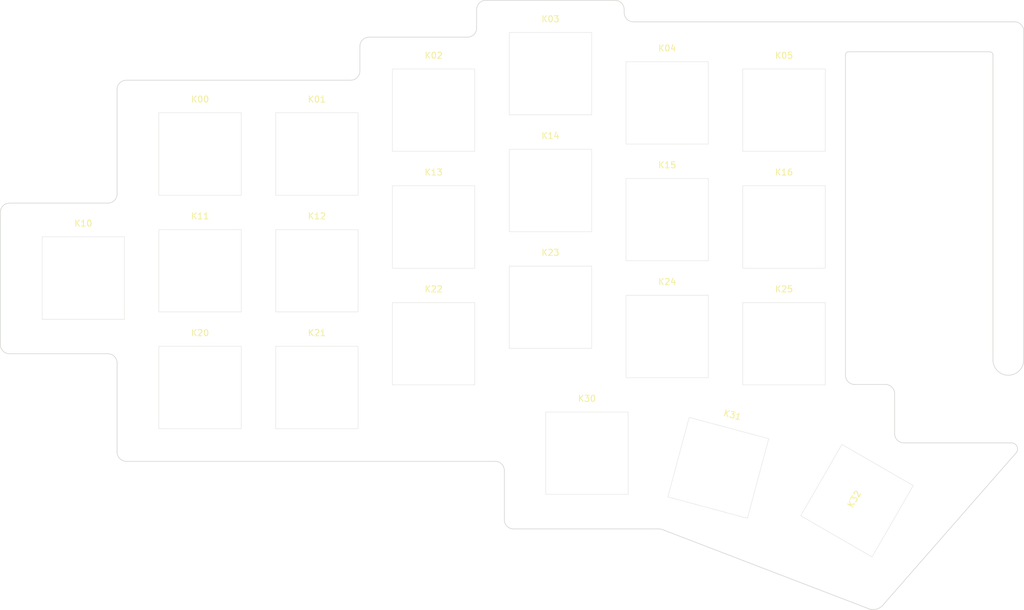
<source format=kicad_pcb>
(kicad_pcb (version 20221018) (generator pcbnew)
  (layers (0 "F.Cu" signal) (31 "B.Cu" signal) (34 "B.Paste" user) (35 "F.Paste" user) (36 "B.SilkS" user "B.Silkscreen") (37 "F.SilkS" user "F.Silkscreen") (38 "B.Mask" user) (39 "F.Mask" user) (44 "Edge.Cuts" user))
  (net 0 "")
  (footprint "sat1l:MXOnly-1U-Cutout-LaserMargin-19mm" (layer "F.Cu") (at -30.5 -108.7875)
    (fp_text reference "K10" (at 0 -8.89 unlocked) (layer "F.SilkS"))
    (fp_text value "KEYSW")
    (fp_rect (start -6.7 -6.7) (end 6.7 6.7) (stroke (width 0.05)) (fill none) (layer "Edge.Cuts"))
  )
  (footprint "sat1l:MXOnly-1U-Cutout-LaserMargin-19mm" (layer "F.Cu") (at 64.5 -118.2875)
    (fp_text reference "K15" (at 0 -8.89 unlocked) (layer "F.SilkS"))
    (fp_text value "KEYSW")
    (fp_rect (start -6.7 -6.7) (end 6.7 6.7) (stroke (width 0.05)) (fill none) (layer "Edge.Cuts"))
  )
  (footprint "sat1l:MXOnly-1U-Cutout-LaserMargin-19mm" (layer "F.Cu") (at 26.5 -98.1)
    (fp_text reference "K22" (at 0 -8.89 unlocked) (layer "F.SilkS"))
    (fp_text value "KEYSW")
    (fp_rect (start -6.7 -6.7) (end 6.7 6.7) (stroke (width 0.05)) (fill none) (layer "Edge.Cuts"))
  )
  (footprint "sat1l:MXOnly-1U-Cutout-LaserMargin-19mm" (layer "F.Cu") (at 26.5 -117.1)
    (fp_text reference "K13" (at 0 -8.89 unlocked) (layer "F.SilkS"))
    (fp_text value "KEYSW")
    (fp_rect (start -6.7 -6.7) (end 6.7 6.7) (stroke (width 0.05)) (fill none) (layer "Edge.Cuts"))
  )
  (footprint "sat1l:MXOnly-1U-Cutout-LaserMargin-19mm" (layer "F.Cu") (at -11.5 -90.975)
    (fp_text reference "K20" (at 0 -8.89 unlocked) (layer "F.SilkS"))
    (fp_text value "KEYSW")
    (fp_rect (start -6.7 -6.7) (end 6.7 6.7) (stroke (width 0.05)) (fill none) (layer "Edge.Cuts"))
  )
  (footprint "sat1l:MXOnly-1U-Cutout-LaserMargin-19mm" (layer "F.Cu") (at 83.5 -117.1)
    (fp_text reference "K16" (at 0 -8.89 unlocked) (layer "F.SilkS"))
    (fp_text value "KEYSW")
    (fp_rect (start -6.7 -6.7) (end 6.7 6.7) (stroke (width 0.05)) (fill none) (layer "Edge.Cuts"))
  )
  (footprint "sat1l:MXOnly-1U-Cutout-LaserMargin-19mm" (layer "F.Cu") (at 45.5 -104.0375)
    (fp_text reference "K23" (at 0 -8.89 unlocked) (layer "F.SilkS"))
    (fp_text value "KEYSW")
    (fp_rect (start -6.7 -6.7) (end 6.7 6.7) (stroke (width 0.05)) (fill none) (layer "Edge.Cuts"))
  )
  (footprint "sat1l:MXOnly-1U-Cutout-LaserMargin-19mm" (layer "F.Cu") (at 64.5 -99.2875)
    (fp_text reference "K24" (at 0 -8.89 unlocked) (layer "F.SilkS"))
    (fp_text value "KEYSW")
    (fp_rect (start -6.7 -6.7) (end 6.7 6.7) (stroke (width 0.05)) (fill none) (layer "Edge.Cuts"))
  )
  (footprint "sat1l:MXOnly-1U-Cutout-LaserMargin-19mm" (layer "F.Cu") (at 72.8125 -77.9125 -15)
    (fp_text reference "K31" (at 0 -8.89 -15 unlocked) (layer "F.SilkS"))
    (fp_text value "KEYSW")
    (fp_rect (start -6.7 -6.7) (end 6.7 6.7) (stroke (width 0.05)) (fill none) (layer "Edge.Cuts"))
  )
  (footprint "sat1l:MXOnly-1.5U-Cutout-LaserMargin-19mm" (layer "F.Cu") (at 95.375 -72.56875 60)
    (fp_text reference "K32" (at 0 -0.5 60 unlocked) (layer "F.SilkS"))
    (fp_text value "KEYSW")
    (fp_rect (start -6.7 -6.7) (end 6.7 6.7) (stroke (width 0.05)) (fill none) (layer "Edge.Cuts"))
  )
  (footprint "sat1l:MXOnly-1U-Cutout-LaserMargin-19mm" (layer "F.Cu") (at -11.5 -128.975)
    (fp_text reference "K00" (at 0 -8.89 unlocked) (layer "F.SilkS"))
    (fp_text value "KEYSW")
    (fp_rect (start -6.7 -6.7) (end 6.7 6.7) (stroke (width 0.05)) (fill none) (layer "Edge.Cuts"))
  )
  (footprint "sat1l:MXOnly-1U-Cutout-LaserMargin-19mm" (layer "F.Cu") (at 45.5 -142.0375)
    (fp_text reference "K03" (at 0 -8.89 unlocked) (layer "F.SilkS"))
    (fp_text value "KEYSW")
    (fp_rect (start -6.7 -6.7) (end 6.7 6.7) (stroke (width 0.05)) (fill none) (layer "Edge.Cuts"))
  )
  (footprint "sat1l:MXOnly-1U-Cutout-LaserMargin-19mm" (layer "F.Cu") (at 83.5 -98.1)
    (fp_text reference "K25" (at 0 -8.89 unlocked) (layer "F.SilkS"))
    (fp_text value "KEYSW")
    (fp_rect (start -6.7 -6.7) (end 6.7 6.7) (stroke (width 0.05)) (fill none) (layer "Edge.Cuts"))
  )
  (footprint "sat1l:MXOnly-1U-Cutout-LaserMargin-19mm" (layer "F.Cu") (at 7.5 -109.975)
    (fp_text reference "K12" (at 0 -8.89 unlocked) (layer "F.SilkS"))
    (fp_text value "KEYSW")
    (fp_rect (start -6.7 -6.7) (end 6.7 6.7) (stroke (width 0.05)) (fill none) (layer "Edge.Cuts"))
  )
  (footprint "sat1l:MXOnly-1U-Cutout-LaserMargin-19mm" (layer "F.Cu") (at 7.5 -90.975)
    (fp_text reference "K21" (at 0 -8.89 unlocked) (layer "F.SilkS"))
    (fp_text value "KEYSW")
    (fp_rect (start -6.7 -6.7) (end 6.7 6.7) (stroke (width 0.05)) (fill none) (layer "Edge.Cuts"))
  )
  (footprint "sat1l:MXOnly-1U-Cutout-LaserMargin-19mm" (layer "F.Cu") (at -11.5 -109.975)
    (fp_text reference "K11" (at 0 -8.89 unlocked) (layer "F.SilkS"))
    (fp_text value "KEYSW")
    (fp_rect (start -6.7 -6.7) (end 6.7 6.7) (stroke (width 0.05)) (fill none) (layer "Edge.Cuts"))
  )
  (footprint "sat1l:MXOnly-1U-Cutout-LaserMargin-19mm" (layer "F.Cu") (at 26.5 -136.1)
    (fp_text reference "K02" (at 0 -8.89 unlocked) (layer "F.SilkS"))
    (fp_text value "KEYSW")
    (fp_rect (start -6.7 -6.7) (end 6.7 6.7) (stroke (width 0.05)) (fill none) (layer "Edge.Cuts"))
  )
  (footprint "sat1l:MXOnly-1U-Cutout-LaserMargin-19mm" (layer "F.Cu") (at 7.5 -128.975)
    (fp_text reference "K01" (at 0 -8.89 unlocked) (layer "F.SilkS"))
    (fp_text value "KEYSW")
    (fp_rect (start -6.7 -6.7) (end 6.7 6.7) (stroke (width 0.05)) (fill none) (layer "Edge.Cuts"))
  )
  (footprint "sat1l:MXOnly-1U-Cutout-LaserMargin-19mm" (layer "F.Cu") (at 83.5 -136.1)
    (fp_text reference "K05" (at 0 -8.89 unlocked) (layer "F.SilkS"))
    (fp_text value "KEYSW")
    (fp_rect (start -6.7 -6.7) (end 6.7 6.7) (stroke (width 0.05)) (fill none) (layer "Edge.Cuts"))
  )
  (footprint "sat1l:MXOnly-1U-Cutout-LaserMargin-19mm" (layer "F.Cu") (at 51.4375 -80.2875)
    (fp_text reference "K30" (at 0 -8.89 unlocked) (layer "F.SilkS"))
    (fp_text value "KEYSW")
    (fp_rect (start -6.7 -6.7) (end 6.7 6.7) (stroke (width 0.05)) (fill none) (layer "Edge.Cuts"))
  )
  (footprint "sat1l:MXOnly-1U-Cutout-LaserMargin-19mm" (layer "F.Cu") (at 64.5 -137.2875)
    (fp_text reference "K04" (at 0 -8.89 unlocked) (layer "F.SilkS"))
    (fp_text value "KEYSW")
    (fp_rect (start -6.7 -6.7) (end 6.7 6.7) (stroke (width 0.05)) (fill none) (layer "Edge.Cuts"))
  )
  (footprint "sat1l:MXOnly-1U-Cutout-LaserMargin-19mm" (layer "F.Cu") (at 45.5 -123.0375)
    (fp_text reference "K14" (at 0 -8.89 unlocked) (layer "F.SilkS"))
    (fp_text value "KEYSW")
    (fp_rect (start -6.7 -6.7) (end 6.7 6.7) (stroke (width 0.05)) (fill none) (layer "Edge.Cuts"))
  )
  (gr_line (start 59 -150.475) (end 121 -150.475) (stroke (width 0.1)) (layer "Edge.Cuts"))
  (gr_arc (start 39.5 -67.975) (mid 38.43934 -68.41434) (end 38 -69.475) (stroke (width 0.1)) (layer "Edge.Cuts"))
  (gr_line (start 32 -147.975) (end 16 -147.975) (stroke (width 0.1)) (layer "Edge.Cuts"))
  (gr_line (start 13 -140.975) (end -23.5 -140.975) (stroke (width 0.1)) (layer "Edge.Cuts"))
  (gr_arc (start 95 -91.475) (mid 93.93934 -91.91434) (end 93.5 -92.975) (stroke (width 0.1)) (layer "Edge.Cuts"))
  (gr_line (start 95 -91.475) (end 100 -91.475) (stroke (width 0.1)) (layer "Edge.Cuts"))
  (gr_line (start 94 -145.6) (end 117 -145.6) (stroke (width 0.1)) (layer "Edge.Cuts"))
  (gr_line (start 101.5 -89.975) (end 101.5 -83.475) (stroke (width 0.1)) (layer "Edge.Cuts"))
  (gr_line (start 14.5 -146.475) (end 14.5 -142.475) (stroke (width 0.1)) (layer "Edge.Cuts"))
  (gr_arc (start -42.5 -96.475) (mid -43.56066 -96.91434) (end -44 -97.975) (stroke (width 0.1)) (layer "Edge.Cuts"))
  (gr_line (start -25 -94.975) (end -25 -80.475) (stroke (width 0.1)) (layer "Edge.Cuts"))
  (gr_line (start -23.5 -78.975) (end 36.5 -78.975) (stroke (width 0.1)) (layer "Edge.Cuts"))
  (gr_line (start 56 -153.975) (end 35 -153.975) (stroke (width 0.1)) (layer "Edge.Cuts"))
  (gr_arc (start 100 -91.475) (mid 101.06066 -91.03566) (end 101.5 -89.975) (stroke (width 0.1)) (layer "Edge.Cuts"))
  (gr_line (start 64.118034 -67.711068) (end 97.051317 -55.077634) (stroke (width 0.1)) (layer "Edge.Cuts"))
  (gr_line (start 122.5 -148.975) (end 122.5 -95.475) (stroke (width 0.1)) (layer "Edge.Cuts"))
  (gr_arc (start 63 -67.975) (mid 63.574382 -67.908122) (end 64.118034 -67.711068) (stroke (width 0.1)) (layer "Edge.Cuts"))
  (gr_arc (start -23.5 -78.975) (mid -24.56066 -79.41434) (end -25 -80.475) (stroke (width 0.1)) (layer "Edge.Cuts"))
  (gr_arc (start -25 -139.475) (mid -24.56066 -140.53566) (end -23.5 -140.975) (stroke (width 0.1)) (layer "Edge.Cuts"))
  (gr_arc (start 14.5 -142.475) (mid 14.06066 -141.41434) (end 13 -140.975) (stroke (width 0.1)) (layer "Edge.Cuts"))
  (gr_arc (start 33.5 -152.475) (mid 33.93934 -153.53566) (end 35 -153.975) (stroke (width 0.1)) (layer "Edge.Cuts"))
  (gr_arc (start 103 -81.975) (mid 101.93934 -82.41434) (end 101.5 -83.475) (stroke (width 0.1)) (layer "Edge.Cuts"))
  (gr_arc (start -26.5 -96.475) (mid -25.43934 -96.03566) (end -25 -94.975) (stroke (width 0.1)) (layer "Edge.Cuts"))
  (gr_line (start 33.5 -152.475) (end 33.5 -149.475) (stroke (width 0.1)) (layer "Edge.Cuts"))
  (gr_line (start -26.5 -120.975) (end -42.5 -120.975) (stroke (width 0.1)) (layer "Edge.Cuts"))
  (gr_line (start 38 -77.475) (end 38 -69.475) (stroke (width 0.1)) (layer "Edge.Cuts"))
  (gr_arc (start 122.5 -95.475) (mid 120 -92.975) (end 117.5 -95.475) (stroke (width 0.1)) (layer "Edge.Cuts"))
  (gr_arc (start -25 -122.475) (mid -25.439339 -121.414339) (end -26.5 -120.975) (stroke (width 0.1)) (layer "Edge.Cuts"))
  (gr_arc (start 99.5 -55.475) (mid 98.339798 -54.881071) (end 97.051317 -55.077634) (stroke (width 0.1)) (layer "Edge.Cuts"))
  (gr_arc (start 120.5 -81.975) (mid 121.381675 -81.446858) (end 121.33205 -80.4203) (stroke (width 0.1)) (layer "Edge.Cuts"))
  (gr_arc (start -44 -119.475) (mid -43.56066 -120.53566) (end -42.5 -120.975) (stroke (width 0.1)) (layer "Edge.Cuts"))
  (gr_line (start 121.33205 -80.4203) (end 99.5 -55.475) (stroke (width 0.1)) (layer "Edge.Cuts"))
  (gr_arc (start 121 -150.475) (mid 122.06066 -150.03566) (end 122.5 -148.975) (stroke (width 0.1)) (layer "Edge.Cuts"))
  (gr_line (start 117.5 -145.1) (end 117.5 -95.475) (stroke (width 0.1)) (layer "Edge.Cuts"))
  (gr_line (start 39.5 -67.975) (end 63 -67.975) (stroke (width 0.1)) (layer "Edge.Cuts"))
  (gr_arc (start 117 -145.6) (mid 117.353553 -145.453553) (end 117.5 -145.1) (stroke (width 0.1)) (layer "Edge.Cuts"))
  (gr_line (start 103 -81.975) (end 120.5 -81.975) (stroke (width 0.1)) (layer "Edge.Cuts"))
  (gr_arc (start 56 -153.975) (mid 57.06066 -153.53566) (end 57.5 -152.475) (stroke (width 0.1)) (layer "Edge.Cuts"))
  (gr_line (start 93.5 -145.1) (end 93.5 -92.975) (stroke (width 0.1)) (layer "Edge.Cuts"))
  (gr_arc (start 59 -150.475) (mid 57.93934 -150.91434) (end 57.5 -151.975) (stroke (width 0.1)) (layer "Edge.Cuts"))
  (gr_arc (start 93.5 -145.1) (mid 93.646447 -145.453553) (end 94 -145.6) (stroke (width 0.1)) (layer "Edge.Cuts"))
  (gr_line (start -25 -139.475) (end -25 -122.475) (stroke (width 0.1)) (layer "Edge.Cuts"))
  (gr_arc (start 33.5 -149.475) (mid 33.06066 -148.41434) (end 32 -147.975) (stroke (width 0.1)) (layer "Edge.Cuts"))
  (gr_arc (start 36.5 -78.975) (mid 37.56066 -78.53566) (end 38 -77.475) (stroke (width 0.1)) (layer "Edge.Cuts"))
  (gr_arc (start 14.5 -146.475) (mid 14.93934 -147.53566) (end 16 -147.975) (stroke (width 0.1)) (layer "Edge.Cuts"))
  (gr_line (start -44 -119.475) (end -44 -97.975) (stroke (width 0.1)) (layer "Edge.Cuts"))
  (gr_line (start -42.5 -96.475) (end -26.5 -96.475) (stroke (width 0.1)) (layer "Edge.Cuts"))
  (gr_line (start 57.5 -151.975) (end 57.5 -152.475) (stroke (width 0.1)) (layer "Edge.Cuts"))
)
</source>
